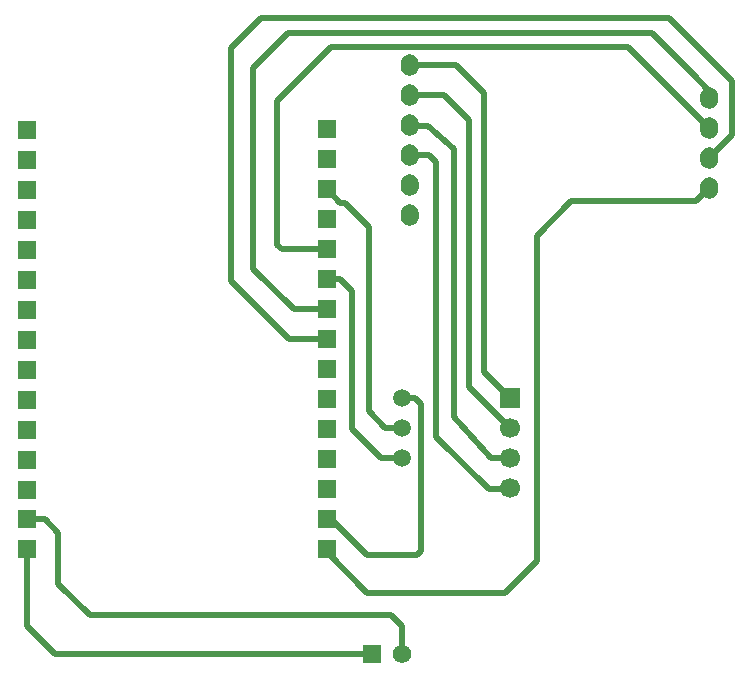
<source format=gbl>
G04 Layer: BottomLayer*
G04 EasyEDA v6.2.46, 2019-12-17T13:03:00+00:00*
G04 0172e0994fd644d79e33dd8747f588b4,932ed04fcfe14a16a0103060ae18c599,10*
G04 Gerber Generator version 0.2*
G04 Scale: 100 percent, Rotated: No, Reflected: No *
G04 Dimensions in millimeters *
G04 leading zeros omitted , absolute positions ,3 integer and 3 decimal *
%FSLAX33Y33*%
%MOMM*%
G90*
G71D02*

%ADD11R,1.699997X1.699997*%
%ADD12C,1.699997*%
%ADD13R,1.574800X1.574800*%
%ADD14C,1.574800*%
%ADD15R,1.524000X1.524000*%
%ADD16C,1.499997*%
%ADD17C,0.499999*%

%LPD*%
G54D17*
G01X60937Y60300D02*
G01X62865Y62227D01*
G01X62865Y66777D01*
G01X57531Y72111D01*
G01X22987Y72111D01*
G01X20447Y69571D01*
G01X20447Y49886D01*
G01X25400Y44933D01*
G01X28575Y44933D01*
G01X44069Y32360D02*
G01X43942Y32233D01*
G01X42291Y32233D01*
G01X37846Y36678D01*
G01X37846Y59919D01*
G01X37211Y60554D01*
G01X35582Y60554D01*
G01X35255Y63094D02*
G01X35382Y62967D01*
G01X37137Y62967D01*
G01X39370Y61062D01*
G01X39370Y38329D01*
G01X42471Y34900D01*
G01X43741Y34900D01*
G01X44069Y37440D02*
G01X40640Y40869D01*
G01X40640Y63475D01*
G01X38481Y65634D01*
G01X35581Y65634D01*
G01X44069Y39980D02*
G01X41910Y42139D01*
G01X41910Y65761D01*
G01X39497Y68174D01*
G01X35582Y68174D01*
G01X34925Y39980D02*
G01X36068Y39980D01*
G01X36576Y39472D01*
G01X36576Y27026D01*
G01X36195Y26645D01*
G01X32004Y26645D01*
G01X28956Y29693D01*
G01X28575Y29693D01*
G01X60937Y65380D02*
G01X60833Y66015D01*
G01X59540Y67434D01*
G01X56134Y70841D01*
G01X25273Y70841D01*
G01X22352Y67920D01*
G01X22352Y50902D01*
G01X25781Y47473D01*
G01X28575Y47473D01*
G01X60937Y62840D02*
G01X54079Y69698D01*
G01X28956Y69698D01*
G01X24384Y65126D01*
G01X24384Y52934D01*
G01X24765Y52553D01*
G01X28575Y52553D01*
G01X60937Y57760D02*
G01X59794Y56617D01*
G01X49276Y56617D01*
G01X46355Y53696D01*
G01X46355Y26137D01*
G01X43688Y23470D01*
G01X32004Y23470D01*
G01X28575Y26899D01*
G01X28575Y27153D01*
G01X34925Y34900D02*
G01X33147Y34900D01*
G01X30734Y37313D01*
G01X30734Y48997D01*
G01X29718Y50013D01*
G01X28575Y50013D01*
G01X28575Y57633D02*
G01X29718Y56490D01*
G01X30099Y56490D01*
G01X32131Y54458D01*
G01X32131Y38837D01*
G01X33528Y37440D01*
G01X34925Y37440D01*
G01X3175Y27153D02*
G01X3175Y20676D01*
G01X5588Y18263D01*
G01X32385Y18263D01*
G01X34925Y18263D02*
G01X34925Y20676D01*
G01X34036Y21565D01*
G01X8509Y21565D01*
G01X5842Y24232D01*
G01X5842Y28550D01*
G01X4699Y29693D01*
G01X3175Y29693D01*
G54D11*
G01X44069Y39980D03*
G54D12*
G01X44069Y37440D03*
G01X44069Y34900D03*
G01X44069Y32360D03*
G54D13*
G01X32385Y18263D03*
G54D14*
G01X34925Y18263D03*
G54D15*
G01X3177Y47471D03*
G01X28575Y44933D03*
G01X3177Y50011D03*
G01X3177Y52551D03*
G01X3177Y55091D03*
G01X3177Y57631D03*
G01X3177Y60171D03*
G01X3177Y62711D03*
G01X3177Y44931D03*
G01X3177Y42391D03*
G01X3177Y39851D03*
G01X3177Y37311D03*
G01X3177Y34771D03*
G01X3177Y32231D03*
G01X28575Y42393D03*
G01X28575Y39853D03*
G01X28575Y37313D03*
G01X28575Y34773D03*
G01X28575Y32233D03*
G01X28575Y29693D03*
G01X28575Y47473D03*
G01X28575Y50013D03*
G01X28575Y52553D03*
G01X28575Y55093D03*
G01X28575Y57633D03*
G01X28575Y60173D03*
G01X3175Y29693D03*
G01X3175Y27153D03*
G01X28575Y27153D03*
G01X28575Y62713D03*
G54D16*
G01X34925Y34900D03*
G01X34925Y37440D03*
G01X34925Y39980D03*
G36*
G01X35563Y67274D02*
G01X35525Y67276D01*
G01X35487Y67279D01*
G01X35449Y67285D01*
G01X35412Y67293D01*
G01X35375Y67302D01*
G01X35339Y67313D01*
G01X35303Y67326D01*
G01X35268Y67341D01*
G01X35234Y67357D01*
G01X35201Y67376D01*
G01X35168Y67395D01*
G01X35137Y67417D01*
G01X35106Y67440D01*
G01X35077Y67464D01*
G01X35050Y67490D01*
G01X35023Y67517D01*
G01X34998Y67546D01*
G01X34974Y67575D01*
G01X34952Y67606D01*
G01X34931Y67638D01*
G01X34912Y67671D01*
G01X34895Y67705D01*
G01X34879Y67740D01*
G01X34866Y67775D01*
G01X34853Y67811D01*
G01X34843Y67847D01*
G01X34835Y67885D01*
G01X34828Y67922D01*
G01X34823Y67960D01*
G01X34821Y67998D01*
G01X34820Y68036D01*
G01X34820Y68312D01*
G01X34821Y68349D01*
G01X34823Y68387D01*
G01X34828Y68425D01*
G01X34835Y68462D01*
G01X34843Y68500D01*
G01X34853Y68536D01*
G01X34866Y68572D01*
G01X34879Y68607D01*
G01X34895Y68642D01*
G01X34912Y68676D01*
G01X34931Y68709D01*
G01X34952Y68741D01*
G01X34974Y68772D01*
G01X34998Y68801D01*
G01X35023Y68830D01*
G01X35050Y68857D01*
G01X35077Y68883D01*
G01X35106Y68907D01*
G01X35137Y68930D01*
G01X35168Y68952D01*
G01X35201Y68971D01*
G01X35234Y68990D01*
G01X35268Y69006D01*
G01X35303Y69021D01*
G01X35339Y69034D01*
G01X35375Y69045D01*
G01X35412Y69054D01*
G01X35449Y69062D01*
G01X35487Y69068D01*
G01X35525Y69071D01*
G01X35563Y69073D01*
G01X35601Y69073D01*
G01X35639Y69071D01*
G01X35676Y69068D01*
G01X35714Y69062D01*
G01X35751Y69054D01*
G01X35788Y69045D01*
G01X35824Y69034D01*
G01X35860Y69021D01*
G01X35895Y69006D01*
G01X35929Y68990D01*
G01X35963Y68971D01*
G01X35995Y68952D01*
G01X36026Y68930D01*
G01X36057Y68907D01*
G01X36086Y68883D01*
G01X36114Y68857D01*
G01X36140Y68830D01*
G01X36165Y68801D01*
G01X36189Y68772D01*
G01X36211Y68741D01*
G01X36232Y68709D01*
G01X36251Y68676D01*
G01X36268Y68642D01*
G01X36284Y68607D01*
G01X36298Y68572D01*
G01X36310Y68536D01*
G01X36320Y68500D01*
G01X36328Y68462D01*
G01X36335Y68425D01*
G01X36340Y68387D01*
G01X36343Y68349D01*
G01X36344Y68312D01*
G01X36344Y68036D01*
G01X36343Y67998D01*
G01X36340Y67960D01*
G01X36335Y67922D01*
G01X36328Y67885D01*
G01X36320Y67847D01*
G01X36310Y67811D01*
G01X36298Y67775D01*
G01X36284Y67740D01*
G01X36268Y67705D01*
G01X36251Y67671D01*
G01X36232Y67638D01*
G01X36211Y67606D01*
G01X36189Y67575D01*
G01X36165Y67546D01*
G01X36140Y67517D01*
G01X36114Y67490D01*
G01X36086Y67464D01*
G01X36057Y67440D01*
G01X36026Y67417D01*
G01X35995Y67395D01*
G01X35963Y67376D01*
G01X35929Y67357D01*
G01X35895Y67341D01*
G01X35860Y67326D01*
G01X35824Y67313D01*
G01X35788Y67302D01*
G01X35751Y67293D01*
G01X35714Y67285D01*
G01X35676Y67279D01*
G01X35639Y67276D01*
G01X35601Y67274D01*
G01X35563Y67274D01*
G37*
G36*
G01X35563Y64734D02*
G01X35525Y64736D01*
G01X35487Y64739D01*
G01X35449Y64745D01*
G01X35412Y64753D01*
G01X35375Y64762D01*
G01X35339Y64773D01*
G01X35303Y64786D01*
G01X35268Y64801D01*
G01X35234Y64817D01*
G01X35201Y64836D01*
G01X35168Y64855D01*
G01X35137Y64877D01*
G01X35106Y64900D01*
G01X35077Y64924D01*
G01X35050Y64950D01*
G01X35023Y64977D01*
G01X34998Y65006D01*
G01X34974Y65035D01*
G01X34952Y65066D01*
G01X34931Y65098D01*
G01X34912Y65131D01*
G01X34895Y65165D01*
G01X34879Y65200D01*
G01X34866Y65235D01*
G01X34853Y65271D01*
G01X34843Y65307D01*
G01X34835Y65345D01*
G01X34828Y65382D01*
G01X34823Y65420D01*
G01X34821Y65458D01*
G01X34820Y65496D01*
G01X34820Y65772D01*
G01X34821Y65809D01*
G01X34823Y65847D01*
G01X34828Y65885D01*
G01X34835Y65922D01*
G01X34843Y65960D01*
G01X34853Y65996D01*
G01X34866Y66032D01*
G01X34879Y66067D01*
G01X34895Y66102D01*
G01X34912Y66136D01*
G01X34931Y66169D01*
G01X34952Y66201D01*
G01X34974Y66232D01*
G01X34998Y66261D01*
G01X35023Y66290D01*
G01X35050Y66317D01*
G01X35077Y66343D01*
G01X35106Y66367D01*
G01X35137Y66390D01*
G01X35168Y66412D01*
G01X35201Y66431D01*
G01X35234Y66450D01*
G01X35268Y66466D01*
G01X35303Y66481D01*
G01X35339Y66494D01*
G01X35375Y66505D01*
G01X35412Y66514D01*
G01X35449Y66522D01*
G01X35487Y66528D01*
G01X35525Y66531D01*
G01X35563Y66533D01*
G01X35601Y66533D01*
G01X35639Y66531D01*
G01X35676Y66528D01*
G01X35714Y66522D01*
G01X35751Y66514D01*
G01X35788Y66505D01*
G01X35824Y66494D01*
G01X35860Y66481D01*
G01X35895Y66466D01*
G01X35929Y66450D01*
G01X35963Y66431D01*
G01X35995Y66412D01*
G01X36026Y66390D01*
G01X36057Y66367D01*
G01X36086Y66343D01*
G01X36114Y66317D01*
G01X36140Y66290D01*
G01X36165Y66261D01*
G01X36189Y66232D01*
G01X36211Y66201D01*
G01X36232Y66169D01*
G01X36251Y66136D01*
G01X36268Y66102D01*
G01X36284Y66067D01*
G01X36298Y66032D01*
G01X36310Y65996D01*
G01X36320Y65960D01*
G01X36328Y65922D01*
G01X36335Y65885D01*
G01X36340Y65847D01*
G01X36343Y65809D01*
G01X36344Y65772D01*
G01X36344Y65496D01*
G01X36343Y65458D01*
G01X36340Y65420D01*
G01X36335Y65382D01*
G01X36328Y65345D01*
G01X36320Y65307D01*
G01X36310Y65271D01*
G01X36298Y65235D01*
G01X36284Y65200D01*
G01X36268Y65165D01*
G01X36251Y65131D01*
G01X36232Y65098D01*
G01X36211Y65066D01*
G01X36189Y65035D01*
G01X36165Y65006D01*
G01X36140Y64977D01*
G01X36114Y64950D01*
G01X36086Y64924D01*
G01X36057Y64900D01*
G01X36026Y64877D01*
G01X35995Y64855D01*
G01X35963Y64836D01*
G01X35929Y64817D01*
G01X35895Y64801D01*
G01X35860Y64786D01*
G01X35824Y64773D01*
G01X35788Y64762D01*
G01X35751Y64753D01*
G01X35714Y64745D01*
G01X35676Y64739D01*
G01X35639Y64736D01*
G01X35601Y64734D01*
G01X35563Y64734D01*
G37*
G36*
G01X35563Y62194D02*
G01X35525Y62196D01*
G01X35487Y62199D01*
G01X35449Y62205D01*
G01X35412Y62213D01*
G01X35375Y62222D01*
G01X35339Y62233D01*
G01X35303Y62246D01*
G01X35268Y62261D01*
G01X35234Y62277D01*
G01X35201Y62296D01*
G01X35168Y62315D01*
G01X35137Y62337D01*
G01X35106Y62360D01*
G01X35077Y62384D01*
G01X35050Y62410D01*
G01X35023Y62437D01*
G01X34998Y62466D01*
G01X34974Y62495D01*
G01X34952Y62526D01*
G01X34931Y62558D01*
G01X34912Y62591D01*
G01X34895Y62625D01*
G01X34879Y62660D01*
G01X34866Y62695D01*
G01X34853Y62731D01*
G01X34843Y62767D01*
G01X34835Y62805D01*
G01X34828Y62842D01*
G01X34823Y62880D01*
G01X34821Y62918D01*
G01X34820Y62956D01*
G01X34820Y63232D01*
G01X34821Y63269D01*
G01X34823Y63307D01*
G01X34828Y63345D01*
G01X34835Y63382D01*
G01X34843Y63420D01*
G01X34853Y63456D01*
G01X34866Y63492D01*
G01X34879Y63527D01*
G01X34895Y63562D01*
G01X34912Y63596D01*
G01X34931Y63629D01*
G01X34952Y63661D01*
G01X34974Y63692D01*
G01X34998Y63721D01*
G01X35023Y63750D01*
G01X35050Y63777D01*
G01X35077Y63803D01*
G01X35106Y63827D01*
G01X35137Y63850D01*
G01X35168Y63872D01*
G01X35201Y63891D01*
G01X35234Y63910D01*
G01X35268Y63926D01*
G01X35303Y63941D01*
G01X35339Y63954D01*
G01X35375Y63965D01*
G01X35412Y63974D01*
G01X35449Y63982D01*
G01X35487Y63988D01*
G01X35525Y63991D01*
G01X35563Y63993D01*
G01X35601Y63993D01*
G01X35639Y63991D01*
G01X35676Y63988D01*
G01X35714Y63982D01*
G01X35751Y63974D01*
G01X35788Y63965D01*
G01X35824Y63954D01*
G01X35860Y63941D01*
G01X35895Y63926D01*
G01X35929Y63910D01*
G01X35963Y63891D01*
G01X35995Y63872D01*
G01X36026Y63850D01*
G01X36057Y63827D01*
G01X36086Y63803D01*
G01X36114Y63777D01*
G01X36140Y63750D01*
G01X36165Y63721D01*
G01X36189Y63692D01*
G01X36211Y63661D01*
G01X36232Y63629D01*
G01X36251Y63596D01*
G01X36268Y63562D01*
G01X36284Y63527D01*
G01X36298Y63492D01*
G01X36310Y63456D01*
G01X36320Y63420D01*
G01X36328Y63382D01*
G01X36335Y63345D01*
G01X36340Y63307D01*
G01X36343Y63269D01*
G01X36344Y63232D01*
G01X36344Y62956D01*
G01X36343Y62918D01*
G01X36340Y62880D01*
G01X36335Y62842D01*
G01X36328Y62805D01*
G01X36320Y62767D01*
G01X36310Y62731D01*
G01X36298Y62695D01*
G01X36284Y62660D01*
G01X36268Y62625D01*
G01X36251Y62591D01*
G01X36232Y62558D01*
G01X36211Y62526D01*
G01X36189Y62495D01*
G01X36165Y62466D01*
G01X36140Y62437D01*
G01X36114Y62410D01*
G01X36086Y62384D01*
G01X36057Y62360D01*
G01X36026Y62337D01*
G01X35995Y62315D01*
G01X35963Y62296D01*
G01X35929Y62277D01*
G01X35895Y62261D01*
G01X35860Y62246D01*
G01X35824Y62233D01*
G01X35788Y62222D01*
G01X35751Y62213D01*
G01X35714Y62205D01*
G01X35676Y62199D01*
G01X35639Y62196D01*
G01X35601Y62194D01*
G01X35563Y62194D01*
G37*
G36*
G01X35563Y59654D02*
G01X35525Y59656D01*
G01X35487Y59659D01*
G01X35449Y59665D01*
G01X35412Y59673D01*
G01X35375Y59682D01*
G01X35339Y59693D01*
G01X35303Y59706D01*
G01X35268Y59721D01*
G01X35234Y59737D01*
G01X35201Y59756D01*
G01X35168Y59775D01*
G01X35137Y59797D01*
G01X35106Y59820D01*
G01X35077Y59844D01*
G01X35050Y59870D01*
G01X35023Y59897D01*
G01X34998Y59926D01*
G01X34974Y59955D01*
G01X34952Y59986D01*
G01X34931Y60018D01*
G01X34912Y60051D01*
G01X34895Y60085D01*
G01X34879Y60120D01*
G01X34866Y60155D01*
G01X34853Y60191D01*
G01X34843Y60227D01*
G01X34835Y60265D01*
G01X34828Y60302D01*
G01X34823Y60340D01*
G01X34821Y60378D01*
G01X34820Y60416D01*
G01X34820Y60692D01*
G01X34821Y60729D01*
G01X34823Y60767D01*
G01X34828Y60805D01*
G01X34835Y60842D01*
G01X34843Y60880D01*
G01X34853Y60916D01*
G01X34866Y60952D01*
G01X34879Y60987D01*
G01X34895Y61022D01*
G01X34912Y61056D01*
G01X34931Y61089D01*
G01X34952Y61121D01*
G01X34974Y61152D01*
G01X34998Y61181D01*
G01X35023Y61210D01*
G01X35050Y61237D01*
G01X35077Y61263D01*
G01X35106Y61287D01*
G01X35137Y61310D01*
G01X35168Y61332D01*
G01X35201Y61351D01*
G01X35234Y61370D01*
G01X35268Y61386D01*
G01X35303Y61401D01*
G01X35339Y61414D01*
G01X35375Y61425D01*
G01X35412Y61434D01*
G01X35449Y61442D01*
G01X35487Y61448D01*
G01X35525Y61451D01*
G01X35563Y61453D01*
G01X35601Y61453D01*
G01X35639Y61451D01*
G01X35676Y61448D01*
G01X35714Y61442D01*
G01X35751Y61434D01*
G01X35788Y61425D01*
G01X35824Y61414D01*
G01X35860Y61401D01*
G01X35895Y61386D01*
G01X35929Y61370D01*
G01X35963Y61351D01*
G01X35995Y61332D01*
G01X36026Y61310D01*
G01X36057Y61287D01*
G01X36086Y61263D01*
G01X36114Y61237D01*
G01X36140Y61210D01*
G01X36165Y61181D01*
G01X36189Y61152D01*
G01X36211Y61121D01*
G01X36232Y61089D01*
G01X36251Y61056D01*
G01X36268Y61022D01*
G01X36284Y60987D01*
G01X36298Y60952D01*
G01X36310Y60916D01*
G01X36320Y60880D01*
G01X36328Y60842D01*
G01X36335Y60805D01*
G01X36340Y60767D01*
G01X36343Y60729D01*
G01X36344Y60692D01*
G01X36344Y60416D01*
G01X36343Y60378D01*
G01X36340Y60340D01*
G01X36335Y60302D01*
G01X36328Y60265D01*
G01X36320Y60227D01*
G01X36310Y60191D01*
G01X36298Y60155D01*
G01X36284Y60120D01*
G01X36268Y60085D01*
G01X36251Y60051D01*
G01X36232Y60018D01*
G01X36211Y59986D01*
G01X36189Y59955D01*
G01X36165Y59926D01*
G01X36140Y59897D01*
G01X36114Y59870D01*
G01X36086Y59844D01*
G01X36057Y59820D01*
G01X36026Y59797D01*
G01X35995Y59775D01*
G01X35963Y59756D01*
G01X35929Y59737D01*
G01X35895Y59721D01*
G01X35860Y59706D01*
G01X35824Y59693D01*
G01X35788Y59682D01*
G01X35751Y59673D01*
G01X35714Y59665D01*
G01X35676Y59659D01*
G01X35639Y59656D01*
G01X35601Y59654D01*
G01X35563Y59654D01*
G37*
G36*
G01X35563Y57114D02*
G01X35525Y57116D01*
G01X35487Y57119D01*
G01X35449Y57125D01*
G01X35412Y57133D01*
G01X35375Y57142D01*
G01X35339Y57153D01*
G01X35303Y57166D01*
G01X35268Y57181D01*
G01X35234Y57197D01*
G01X35201Y57216D01*
G01X35168Y57235D01*
G01X35137Y57257D01*
G01X35106Y57280D01*
G01X35077Y57304D01*
G01X35050Y57330D01*
G01X35023Y57357D01*
G01X34998Y57386D01*
G01X34974Y57415D01*
G01X34952Y57446D01*
G01X34931Y57478D01*
G01X34912Y57511D01*
G01X34895Y57545D01*
G01X34879Y57580D01*
G01X34866Y57615D01*
G01X34853Y57651D01*
G01X34843Y57687D01*
G01X34835Y57725D01*
G01X34828Y57762D01*
G01X34823Y57800D01*
G01X34821Y57838D01*
G01X34820Y57876D01*
G01X34820Y58152D01*
G01X34821Y58189D01*
G01X34823Y58227D01*
G01X34828Y58265D01*
G01X34835Y58302D01*
G01X34843Y58340D01*
G01X34853Y58376D01*
G01X34866Y58412D01*
G01X34879Y58447D01*
G01X34895Y58482D01*
G01X34912Y58516D01*
G01X34931Y58549D01*
G01X34952Y58581D01*
G01X34974Y58612D01*
G01X34998Y58641D01*
G01X35023Y58670D01*
G01X35050Y58697D01*
G01X35077Y58723D01*
G01X35106Y58747D01*
G01X35137Y58770D01*
G01X35168Y58792D01*
G01X35201Y58811D01*
G01X35234Y58830D01*
G01X35268Y58846D01*
G01X35303Y58861D01*
G01X35339Y58874D01*
G01X35375Y58885D01*
G01X35412Y58894D01*
G01X35449Y58902D01*
G01X35487Y58908D01*
G01X35525Y58911D01*
G01X35563Y58913D01*
G01X35601Y58913D01*
G01X35639Y58911D01*
G01X35676Y58908D01*
G01X35714Y58902D01*
G01X35751Y58894D01*
G01X35788Y58885D01*
G01X35824Y58874D01*
G01X35860Y58861D01*
G01X35895Y58846D01*
G01X35929Y58830D01*
G01X35963Y58811D01*
G01X35995Y58792D01*
G01X36026Y58770D01*
G01X36057Y58747D01*
G01X36086Y58723D01*
G01X36114Y58697D01*
G01X36140Y58670D01*
G01X36165Y58641D01*
G01X36189Y58612D01*
G01X36211Y58581D01*
G01X36232Y58549D01*
G01X36251Y58516D01*
G01X36268Y58482D01*
G01X36284Y58447D01*
G01X36298Y58412D01*
G01X36310Y58376D01*
G01X36320Y58340D01*
G01X36328Y58302D01*
G01X36335Y58265D01*
G01X36340Y58227D01*
G01X36343Y58189D01*
G01X36344Y58152D01*
G01X36344Y57876D01*
G01X36343Y57838D01*
G01X36340Y57800D01*
G01X36335Y57762D01*
G01X36328Y57725D01*
G01X36320Y57687D01*
G01X36310Y57651D01*
G01X36298Y57615D01*
G01X36284Y57580D01*
G01X36268Y57545D01*
G01X36251Y57511D01*
G01X36232Y57478D01*
G01X36211Y57446D01*
G01X36189Y57415D01*
G01X36165Y57386D01*
G01X36140Y57357D01*
G01X36114Y57330D01*
G01X36086Y57304D01*
G01X36057Y57280D01*
G01X36026Y57257D01*
G01X35995Y57235D01*
G01X35963Y57216D01*
G01X35929Y57197D01*
G01X35895Y57181D01*
G01X35860Y57166D01*
G01X35824Y57153D01*
G01X35788Y57142D01*
G01X35751Y57133D01*
G01X35714Y57125D01*
G01X35676Y57119D01*
G01X35639Y57116D01*
G01X35601Y57114D01*
G01X35563Y57114D01*
G37*
G36*
G01X35563Y54574D02*
G01X35525Y54576D01*
G01X35487Y54579D01*
G01X35449Y54585D01*
G01X35412Y54593D01*
G01X35375Y54602D01*
G01X35339Y54613D01*
G01X35303Y54626D01*
G01X35268Y54641D01*
G01X35234Y54657D01*
G01X35201Y54676D01*
G01X35168Y54695D01*
G01X35137Y54717D01*
G01X35106Y54740D01*
G01X35077Y54764D01*
G01X35050Y54790D01*
G01X35023Y54817D01*
G01X34998Y54846D01*
G01X34974Y54875D01*
G01X34952Y54906D01*
G01X34931Y54938D01*
G01X34912Y54971D01*
G01X34895Y55005D01*
G01X34879Y55040D01*
G01X34866Y55075D01*
G01X34853Y55111D01*
G01X34843Y55147D01*
G01X34835Y55185D01*
G01X34828Y55222D01*
G01X34823Y55260D01*
G01X34821Y55298D01*
G01X34820Y55336D01*
G01X34820Y55612D01*
G01X34821Y55649D01*
G01X34823Y55687D01*
G01X34828Y55725D01*
G01X34835Y55762D01*
G01X34843Y55800D01*
G01X34853Y55836D01*
G01X34866Y55872D01*
G01X34879Y55907D01*
G01X34895Y55942D01*
G01X34912Y55976D01*
G01X34931Y56009D01*
G01X34952Y56041D01*
G01X34974Y56072D01*
G01X34998Y56101D01*
G01X35023Y56130D01*
G01X35050Y56157D01*
G01X35077Y56183D01*
G01X35106Y56207D01*
G01X35137Y56230D01*
G01X35168Y56252D01*
G01X35201Y56271D01*
G01X35234Y56290D01*
G01X35268Y56306D01*
G01X35303Y56321D01*
G01X35339Y56334D01*
G01X35375Y56345D01*
G01X35412Y56354D01*
G01X35449Y56362D01*
G01X35487Y56368D01*
G01X35525Y56371D01*
G01X35563Y56373D01*
G01X35601Y56373D01*
G01X35639Y56371D01*
G01X35676Y56368D01*
G01X35714Y56362D01*
G01X35751Y56354D01*
G01X35788Y56345D01*
G01X35824Y56334D01*
G01X35860Y56321D01*
G01X35895Y56306D01*
G01X35929Y56290D01*
G01X35963Y56271D01*
G01X35995Y56252D01*
G01X36026Y56230D01*
G01X36057Y56207D01*
G01X36086Y56183D01*
G01X36114Y56157D01*
G01X36140Y56130D01*
G01X36165Y56101D01*
G01X36189Y56072D01*
G01X36211Y56041D01*
G01X36232Y56009D01*
G01X36251Y55976D01*
G01X36268Y55942D01*
G01X36284Y55907D01*
G01X36298Y55872D01*
G01X36310Y55836D01*
G01X36320Y55800D01*
G01X36328Y55762D01*
G01X36335Y55725D01*
G01X36340Y55687D01*
G01X36343Y55649D01*
G01X36344Y55612D01*
G01X36344Y55336D01*
G01X36343Y55298D01*
G01X36340Y55260D01*
G01X36335Y55222D01*
G01X36328Y55185D01*
G01X36320Y55147D01*
G01X36310Y55111D01*
G01X36298Y55075D01*
G01X36284Y55040D01*
G01X36268Y55005D01*
G01X36251Y54971D01*
G01X36232Y54938D01*
G01X36211Y54906D01*
G01X36189Y54875D01*
G01X36165Y54846D01*
G01X36140Y54817D01*
G01X36114Y54790D01*
G01X36086Y54764D01*
G01X36057Y54740D01*
G01X36026Y54717D01*
G01X35995Y54695D01*
G01X35963Y54676D01*
G01X35929Y54657D01*
G01X35895Y54641D01*
G01X35860Y54626D01*
G01X35824Y54613D01*
G01X35788Y54602D01*
G01X35751Y54593D01*
G01X35714Y54585D01*
G01X35676Y54579D01*
G01X35639Y54576D01*
G01X35601Y54574D01*
G01X35563Y54574D01*
G37*
G36*
G01X60919Y64480D02*
G01X60881Y64482D01*
G01X60843Y64485D01*
G01X60805Y64491D01*
G01X60768Y64499D01*
G01X60731Y64508D01*
G01X60695Y64519D01*
G01X60659Y64532D01*
G01X60624Y64547D01*
G01X60590Y64563D01*
G01X60557Y64582D01*
G01X60524Y64601D01*
G01X60493Y64623D01*
G01X60463Y64646D01*
G01X60433Y64670D01*
G01X60406Y64696D01*
G01X60379Y64723D01*
G01X60354Y64752D01*
G01X60330Y64781D01*
G01X60308Y64812D01*
G01X60287Y64844D01*
G01X60268Y64877D01*
G01X60251Y64911D01*
G01X60235Y64946D01*
G01X60222Y64981D01*
G01X60210Y65017D01*
G01X60199Y65053D01*
G01X60191Y65091D01*
G01X60184Y65128D01*
G01X60179Y65166D01*
G01X60177Y65204D01*
G01X60176Y65242D01*
G01X60176Y65518D01*
G01X60177Y65555D01*
G01X60179Y65593D01*
G01X60184Y65631D01*
G01X60191Y65668D01*
G01X60199Y65706D01*
G01X60210Y65742D01*
G01X60222Y65778D01*
G01X60235Y65813D01*
G01X60251Y65848D01*
G01X60268Y65882D01*
G01X60287Y65915D01*
G01X60308Y65947D01*
G01X60330Y65978D01*
G01X60354Y66007D01*
G01X60379Y66036D01*
G01X60406Y66063D01*
G01X60433Y66089D01*
G01X60463Y66113D01*
G01X60493Y66136D01*
G01X60524Y66158D01*
G01X60557Y66177D01*
G01X60590Y66196D01*
G01X60624Y66212D01*
G01X60659Y66227D01*
G01X60695Y66240D01*
G01X60731Y66251D01*
G01X60768Y66260D01*
G01X60805Y66268D01*
G01X60843Y66274D01*
G01X60881Y66277D01*
G01X60919Y66279D01*
G01X60957Y66279D01*
G01X60995Y66277D01*
G01X61032Y66274D01*
G01X61070Y66268D01*
G01X61107Y66260D01*
G01X61144Y66251D01*
G01X61180Y66240D01*
G01X61216Y66227D01*
G01X61251Y66212D01*
G01X61285Y66196D01*
G01X61319Y66177D01*
G01X61351Y66158D01*
G01X61382Y66136D01*
G01X61413Y66113D01*
G01X61442Y66089D01*
G01X61470Y66063D01*
G01X61496Y66036D01*
G01X61521Y66007D01*
G01X61545Y65978D01*
G01X61567Y65947D01*
G01X61588Y65915D01*
G01X61607Y65882D01*
G01X61624Y65848D01*
G01X61640Y65813D01*
G01X61654Y65778D01*
G01X61666Y65742D01*
G01X61676Y65706D01*
G01X61685Y65668D01*
G01X61691Y65631D01*
G01X61696Y65593D01*
G01X61699Y65555D01*
G01X61700Y65518D01*
G01X61700Y65242D01*
G01X61699Y65204D01*
G01X61696Y65166D01*
G01X61691Y65128D01*
G01X61685Y65091D01*
G01X61676Y65053D01*
G01X61666Y65017D01*
G01X61654Y64981D01*
G01X61640Y64946D01*
G01X61624Y64911D01*
G01X61607Y64877D01*
G01X61588Y64844D01*
G01X61567Y64812D01*
G01X61545Y64781D01*
G01X61521Y64752D01*
G01X61496Y64723D01*
G01X61470Y64696D01*
G01X61442Y64670D01*
G01X61413Y64646D01*
G01X61382Y64623D01*
G01X61351Y64601D01*
G01X61319Y64582D01*
G01X61285Y64563D01*
G01X61251Y64547D01*
G01X61216Y64532D01*
G01X61180Y64519D01*
G01X61144Y64508D01*
G01X61107Y64499D01*
G01X61070Y64491D01*
G01X61032Y64485D01*
G01X60995Y64482D01*
G01X60957Y64480D01*
G01X60919Y64480D01*
G37*
G36*
G01X60919Y61940D02*
G01X60881Y61942D01*
G01X60843Y61945D01*
G01X60805Y61951D01*
G01X60768Y61959D01*
G01X60731Y61968D01*
G01X60695Y61979D01*
G01X60659Y61992D01*
G01X60624Y62007D01*
G01X60590Y62023D01*
G01X60557Y62042D01*
G01X60524Y62061D01*
G01X60493Y62083D01*
G01X60463Y62106D01*
G01X60433Y62130D01*
G01X60406Y62156D01*
G01X60379Y62183D01*
G01X60354Y62212D01*
G01X60330Y62241D01*
G01X60308Y62272D01*
G01X60287Y62304D01*
G01X60268Y62337D01*
G01X60251Y62371D01*
G01X60235Y62406D01*
G01X60222Y62441D01*
G01X60210Y62477D01*
G01X60199Y62513D01*
G01X60191Y62551D01*
G01X60184Y62588D01*
G01X60179Y62626D01*
G01X60177Y62664D01*
G01X60176Y62702D01*
G01X60176Y62978D01*
G01X60177Y63015D01*
G01X60179Y63053D01*
G01X60184Y63091D01*
G01X60191Y63128D01*
G01X60199Y63166D01*
G01X60210Y63202D01*
G01X60222Y63238D01*
G01X60235Y63273D01*
G01X60251Y63308D01*
G01X60268Y63342D01*
G01X60287Y63375D01*
G01X60308Y63407D01*
G01X60330Y63438D01*
G01X60354Y63467D01*
G01X60379Y63496D01*
G01X60406Y63523D01*
G01X60433Y63549D01*
G01X60463Y63573D01*
G01X60493Y63596D01*
G01X60524Y63618D01*
G01X60557Y63637D01*
G01X60590Y63656D01*
G01X60624Y63672D01*
G01X60659Y63687D01*
G01X60695Y63700D01*
G01X60731Y63711D01*
G01X60768Y63720D01*
G01X60805Y63728D01*
G01X60843Y63734D01*
G01X60881Y63737D01*
G01X60919Y63739D01*
G01X60957Y63739D01*
G01X60995Y63737D01*
G01X61032Y63734D01*
G01X61070Y63728D01*
G01X61107Y63720D01*
G01X61144Y63711D01*
G01X61180Y63700D01*
G01X61216Y63687D01*
G01X61251Y63672D01*
G01X61285Y63656D01*
G01X61319Y63637D01*
G01X61351Y63618D01*
G01X61382Y63596D01*
G01X61413Y63573D01*
G01X61442Y63549D01*
G01X61470Y63523D01*
G01X61496Y63496D01*
G01X61521Y63467D01*
G01X61545Y63438D01*
G01X61567Y63407D01*
G01X61588Y63375D01*
G01X61607Y63342D01*
G01X61624Y63308D01*
G01X61640Y63273D01*
G01X61654Y63238D01*
G01X61666Y63202D01*
G01X61676Y63166D01*
G01X61685Y63128D01*
G01X61691Y63091D01*
G01X61696Y63053D01*
G01X61699Y63015D01*
G01X61700Y62978D01*
G01X61700Y62702D01*
G01X61699Y62664D01*
G01X61696Y62626D01*
G01X61691Y62588D01*
G01X61685Y62551D01*
G01X61676Y62513D01*
G01X61666Y62477D01*
G01X61654Y62441D01*
G01X61640Y62406D01*
G01X61624Y62371D01*
G01X61607Y62337D01*
G01X61588Y62304D01*
G01X61567Y62272D01*
G01X61545Y62241D01*
G01X61521Y62212D01*
G01X61496Y62183D01*
G01X61470Y62156D01*
G01X61442Y62130D01*
G01X61413Y62106D01*
G01X61382Y62083D01*
G01X61351Y62061D01*
G01X61319Y62042D01*
G01X61285Y62023D01*
G01X61251Y62007D01*
G01X61216Y61992D01*
G01X61180Y61979D01*
G01X61144Y61968D01*
G01X61107Y61959D01*
G01X61070Y61951D01*
G01X61032Y61945D01*
G01X60995Y61942D01*
G01X60957Y61940D01*
G01X60919Y61940D01*
G37*
G36*
G01X60919Y59400D02*
G01X60881Y59402D01*
G01X60843Y59405D01*
G01X60805Y59411D01*
G01X60768Y59419D01*
G01X60731Y59428D01*
G01X60695Y59439D01*
G01X60659Y59452D01*
G01X60624Y59467D01*
G01X60590Y59483D01*
G01X60557Y59502D01*
G01X60524Y59521D01*
G01X60493Y59543D01*
G01X60463Y59566D01*
G01X60433Y59590D01*
G01X60406Y59616D01*
G01X60379Y59643D01*
G01X60354Y59672D01*
G01X60330Y59701D01*
G01X60308Y59732D01*
G01X60287Y59764D01*
G01X60268Y59797D01*
G01X60251Y59831D01*
G01X60235Y59866D01*
G01X60222Y59901D01*
G01X60210Y59937D01*
G01X60199Y59973D01*
G01X60191Y60011D01*
G01X60184Y60048D01*
G01X60179Y60086D01*
G01X60177Y60124D01*
G01X60176Y60162D01*
G01X60176Y60438D01*
G01X60177Y60475D01*
G01X60179Y60513D01*
G01X60184Y60551D01*
G01X60191Y60588D01*
G01X60199Y60626D01*
G01X60210Y60662D01*
G01X60222Y60698D01*
G01X60235Y60733D01*
G01X60251Y60768D01*
G01X60268Y60802D01*
G01X60287Y60835D01*
G01X60308Y60867D01*
G01X60330Y60898D01*
G01X60354Y60927D01*
G01X60379Y60956D01*
G01X60406Y60983D01*
G01X60433Y61009D01*
G01X60463Y61033D01*
G01X60493Y61056D01*
G01X60524Y61078D01*
G01X60557Y61097D01*
G01X60590Y61116D01*
G01X60624Y61132D01*
G01X60659Y61147D01*
G01X60695Y61160D01*
G01X60731Y61171D01*
G01X60768Y61180D01*
G01X60805Y61188D01*
G01X60843Y61194D01*
G01X60881Y61197D01*
G01X60919Y61199D01*
G01X60957Y61199D01*
G01X60995Y61197D01*
G01X61032Y61194D01*
G01X61070Y61188D01*
G01X61107Y61180D01*
G01X61144Y61171D01*
G01X61180Y61160D01*
G01X61216Y61147D01*
G01X61251Y61132D01*
G01X61285Y61116D01*
G01X61319Y61097D01*
G01X61351Y61078D01*
G01X61382Y61056D01*
G01X61413Y61033D01*
G01X61442Y61009D01*
G01X61470Y60983D01*
G01X61496Y60956D01*
G01X61521Y60927D01*
G01X61545Y60898D01*
G01X61567Y60867D01*
G01X61588Y60835D01*
G01X61607Y60802D01*
G01X61624Y60768D01*
G01X61640Y60733D01*
G01X61654Y60698D01*
G01X61666Y60662D01*
G01X61676Y60626D01*
G01X61685Y60588D01*
G01X61691Y60551D01*
G01X61696Y60513D01*
G01X61699Y60475D01*
G01X61700Y60438D01*
G01X61700Y60162D01*
G01X61699Y60124D01*
G01X61696Y60086D01*
G01X61691Y60048D01*
G01X61685Y60011D01*
G01X61676Y59973D01*
G01X61666Y59937D01*
G01X61654Y59901D01*
G01X61640Y59866D01*
G01X61624Y59831D01*
G01X61607Y59797D01*
G01X61588Y59764D01*
G01X61567Y59732D01*
G01X61545Y59701D01*
G01X61521Y59672D01*
G01X61496Y59643D01*
G01X61470Y59616D01*
G01X61442Y59590D01*
G01X61413Y59566D01*
G01X61382Y59543D01*
G01X61351Y59521D01*
G01X61319Y59502D01*
G01X61285Y59483D01*
G01X61251Y59467D01*
G01X61216Y59452D01*
G01X61180Y59439D01*
G01X61144Y59428D01*
G01X61107Y59419D01*
G01X61070Y59411D01*
G01X61032Y59405D01*
G01X60995Y59402D01*
G01X60957Y59400D01*
G01X60919Y59400D01*
G37*
G36*
G01X60919Y56860D02*
G01X60881Y56862D01*
G01X60843Y56865D01*
G01X60805Y56871D01*
G01X60768Y56879D01*
G01X60731Y56888D01*
G01X60695Y56899D01*
G01X60659Y56912D01*
G01X60624Y56927D01*
G01X60590Y56943D01*
G01X60557Y56962D01*
G01X60524Y56981D01*
G01X60493Y57003D01*
G01X60463Y57026D01*
G01X60433Y57050D01*
G01X60406Y57076D01*
G01X60379Y57103D01*
G01X60354Y57132D01*
G01X60330Y57161D01*
G01X60308Y57192D01*
G01X60287Y57224D01*
G01X60268Y57257D01*
G01X60251Y57291D01*
G01X60235Y57326D01*
G01X60222Y57361D01*
G01X60210Y57397D01*
G01X60199Y57433D01*
G01X60191Y57471D01*
G01X60184Y57508D01*
G01X60179Y57546D01*
G01X60177Y57584D01*
G01X60176Y57622D01*
G01X60176Y57898D01*
G01X60177Y57935D01*
G01X60179Y57973D01*
G01X60184Y58011D01*
G01X60191Y58048D01*
G01X60199Y58086D01*
G01X60210Y58122D01*
G01X60222Y58158D01*
G01X60235Y58193D01*
G01X60251Y58228D01*
G01X60268Y58262D01*
G01X60287Y58295D01*
G01X60308Y58327D01*
G01X60330Y58358D01*
G01X60354Y58387D01*
G01X60379Y58416D01*
G01X60406Y58443D01*
G01X60433Y58469D01*
G01X60463Y58493D01*
G01X60493Y58516D01*
G01X60524Y58538D01*
G01X60557Y58557D01*
G01X60590Y58576D01*
G01X60624Y58592D01*
G01X60659Y58607D01*
G01X60695Y58620D01*
G01X60731Y58631D01*
G01X60768Y58640D01*
G01X60805Y58648D01*
G01X60843Y58654D01*
G01X60881Y58657D01*
G01X60919Y58659D01*
G01X60957Y58659D01*
G01X60995Y58657D01*
G01X61032Y58654D01*
G01X61070Y58648D01*
G01X61107Y58640D01*
G01X61144Y58631D01*
G01X61180Y58620D01*
G01X61216Y58607D01*
G01X61251Y58592D01*
G01X61285Y58576D01*
G01X61319Y58557D01*
G01X61351Y58538D01*
G01X61382Y58516D01*
G01X61413Y58493D01*
G01X61442Y58469D01*
G01X61470Y58443D01*
G01X61496Y58416D01*
G01X61521Y58387D01*
G01X61545Y58358D01*
G01X61567Y58327D01*
G01X61588Y58295D01*
G01X61607Y58262D01*
G01X61624Y58228D01*
G01X61640Y58193D01*
G01X61654Y58158D01*
G01X61666Y58122D01*
G01X61676Y58086D01*
G01X61685Y58048D01*
G01X61691Y58011D01*
G01X61696Y57973D01*
G01X61699Y57935D01*
G01X61700Y57898D01*
G01X61700Y57622D01*
G01X61699Y57584D01*
G01X61696Y57546D01*
G01X61691Y57508D01*
G01X61685Y57471D01*
G01X61676Y57433D01*
G01X61666Y57397D01*
G01X61654Y57361D01*
G01X61640Y57326D01*
G01X61624Y57291D01*
G01X61607Y57257D01*
G01X61588Y57224D01*
G01X61567Y57192D01*
G01X61545Y57161D01*
G01X61521Y57132D01*
G01X61496Y57103D01*
G01X61470Y57076D01*
G01X61442Y57050D01*
G01X61413Y57026D01*
G01X61382Y57003D01*
G01X61351Y56981D01*
G01X61319Y56962D01*
G01X61285Y56943D01*
G01X61251Y56927D01*
G01X61216Y56912D01*
G01X61180Y56899D01*
G01X61144Y56888D01*
G01X61107Y56879D01*
G01X61070Y56871D01*
G01X61032Y56865D01*
G01X60995Y56862D01*
G01X60957Y56860D01*
G01X60919Y56860D01*
G37*
M00*
M02*

</source>
